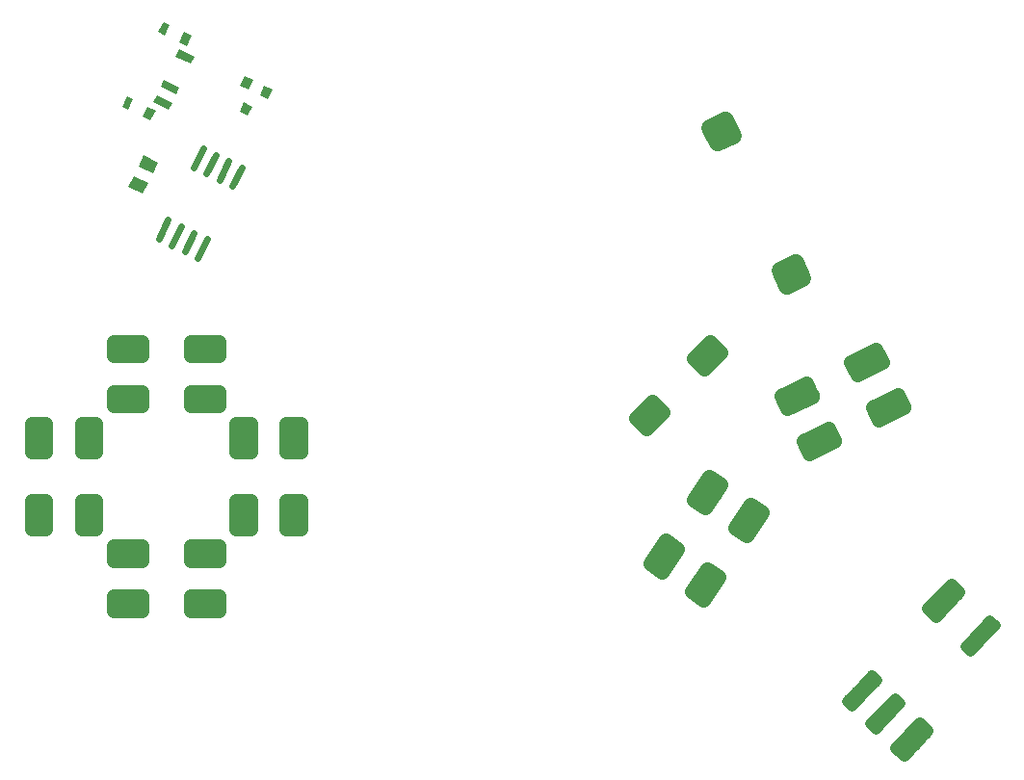
<source format=gbr>
G04 EAGLE Gerber RS-274X export*
G75*
%MOMM*%
%FSLAX34Y34*%
%LPD*%
%INSolderpaste Top*%
%IPPOS*%
%AMOC8*
5,1,8,0,0,1.08239X$1,22.5*%
G01*
G04 Define Apertures*
%ADD10C,1.250000*%
%ADD11C,0.609600*%
%ADD12C,1.500000*%
%ADD13C,1.000000*%
%ADD14C,0.750000*%
%ADD15C,1.300000*%
%ADD16R,0.800000X0.900000*%
%ADD17R,1.100000X1.400000*%
%ADD18R,0.700000X1.500000*%
%ADD19R,1.000000X0.600000*%
%ADD20R,1.000000X0.800000*%
D10*
X-344250Y241750D02*
X-344250Y266250D01*
X-331750Y266250D01*
X-331750Y241750D01*
X-344250Y241750D01*
X-344250Y253625D02*
X-331750Y253625D01*
X-331750Y265500D02*
X-344250Y265500D01*
X-344250Y198250D02*
X-344250Y173750D01*
X-344250Y198250D02*
X-331750Y198250D01*
X-331750Y173750D01*
X-344250Y173750D01*
X-344250Y185625D02*
X-331750Y185625D01*
X-331750Y197500D02*
X-344250Y197500D01*
X-388250Y198250D02*
X-388250Y173750D01*
X-388250Y198250D02*
X-375750Y198250D01*
X-375750Y173750D01*
X-388250Y173750D01*
X-388250Y185625D02*
X-375750Y185625D01*
X-375750Y197500D02*
X-388250Y197500D01*
X-388250Y241750D02*
X-388250Y266250D01*
X-375750Y266250D01*
X-375750Y241750D01*
X-388250Y241750D01*
X-388250Y253625D02*
X-375750Y253625D01*
X-375750Y265500D02*
X-388250Y265500D01*
X-248250Y294250D02*
X-223750Y294250D01*
X-223750Y281750D01*
X-248250Y281750D01*
X-248250Y294250D01*
X-248250Y293625D02*
X-223750Y293625D01*
X-291750Y294250D02*
X-316250Y294250D01*
X-291750Y294250D02*
X-291750Y281750D01*
X-316250Y281750D01*
X-316250Y294250D01*
X-316250Y293625D02*
X-291750Y293625D01*
X-291750Y338250D02*
X-316250Y338250D01*
X-291750Y338250D02*
X-291750Y325750D01*
X-316250Y325750D01*
X-316250Y338250D01*
X-316250Y337625D02*
X-291750Y337625D01*
X-248250Y338250D02*
X-223750Y338250D01*
X-223750Y325750D01*
X-248250Y325750D01*
X-248250Y338250D01*
X-248250Y337625D02*
X-223750Y337625D01*
X-195750Y198250D02*
X-195750Y173750D01*
X-208250Y173750D01*
X-208250Y198250D01*
X-195750Y198250D01*
X-195750Y185625D02*
X-208250Y185625D01*
X-208250Y197500D02*
X-195750Y197500D01*
X-195750Y241750D02*
X-195750Y266250D01*
X-195750Y241750D02*
X-208250Y241750D01*
X-208250Y266250D01*
X-195750Y266250D01*
X-195750Y253625D02*
X-208250Y253625D01*
X-208250Y265500D02*
X-195750Y265500D01*
X-151750Y266250D02*
X-151750Y241750D01*
X-164250Y241750D01*
X-164250Y266250D01*
X-151750Y266250D01*
X-151750Y253625D02*
X-164250Y253625D01*
X-164250Y265500D02*
X-151750Y265500D01*
X-151750Y198250D02*
X-151750Y173750D01*
X-164250Y173750D01*
X-164250Y198250D01*
X-151750Y198250D01*
X-151750Y185625D02*
X-164250Y185625D01*
X-164250Y197500D02*
X-151750Y197500D01*
X-291750Y145750D02*
X-316250Y145750D01*
X-316250Y158250D01*
X-291750Y158250D01*
X-291750Y145750D01*
X-291750Y157625D02*
X-316250Y157625D01*
X-248250Y145750D02*
X-223750Y145750D01*
X-248250Y145750D02*
X-248250Y158250D01*
X-223750Y158250D01*
X-223750Y145750D01*
X-223750Y157625D02*
X-248250Y157625D01*
X-248250Y101750D02*
X-223750Y101750D01*
X-248250Y101750D02*
X-248250Y114250D01*
X-223750Y114250D01*
X-223750Y101750D01*
X-223750Y113625D02*
X-248250Y113625D01*
X-291750Y101750D02*
X-316250Y101750D01*
X-316250Y114250D01*
X-291750Y114250D01*
X-291750Y101750D01*
X-291750Y113625D02*
X-316250Y113625D01*
X229853Y174537D02*
X243623Y194799D01*
X253961Y187773D01*
X240191Y167511D01*
X229853Y174537D01*
X233148Y179386D02*
X248261Y179386D01*
X248829Y191261D02*
X241219Y191261D01*
X205401Y138557D02*
X191631Y118295D01*
X205401Y138557D02*
X215739Y131531D01*
X201969Y111269D01*
X191631Y118295D01*
X194926Y123144D02*
X210039Y123144D01*
X210607Y135019D02*
X202997Y135019D01*
X169009Y163289D02*
X155239Y143027D01*
X169009Y163289D02*
X179347Y156263D01*
X165577Y136001D01*
X155239Y143027D01*
X158534Y147876D02*
X173647Y147876D01*
X174215Y159751D02*
X166605Y159751D01*
X193461Y199269D02*
X207231Y219531D01*
X217569Y212505D01*
X203799Y192243D01*
X193461Y199269D01*
X196756Y204118D02*
X211869Y204118D01*
X212437Y215993D02*
X204827Y215993D01*
X351062Y280824D02*
X373063Y291602D01*
X378562Y280378D01*
X356561Y269600D01*
X351062Y280824D01*
X352391Y281475D02*
X378025Y281475D01*
X311997Y261686D02*
X289996Y250908D01*
X311997Y261686D02*
X317496Y250462D01*
X295495Y239684D01*
X289996Y250908D01*
X291325Y251559D02*
X316959Y251559D01*
X292639Y301200D02*
X270638Y290422D01*
X292639Y301200D02*
X298138Y289976D01*
X276137Y279198D01*
X270638Y290422D01*
X271967Y291073D02*
X297601Y291073D01*
X331704Y320338D02*
X353705Y331116D01*
X359204Y319892D01*
X337203Y309114D01*
X331704Y320338D01*
X333033Y320989D02*
X358667Y320989D01*
D11*
X-203448Y491486D02*
X-211576Y474822D01*
X-222991Y480389D02*
X-214863Y497053D01*
X-226278Y502620D02*
X-234406Y485956D01*
X-245820Y491523D02*
X-237692Y508187D01*
X-268424Y445178D02*
X-276552Y428514D01*
X-265137Y422947D02*
X-257009Y439611D01*
X-245594Y434044D02*
X-253722Y417380D01*
X-242308Y411813D02*
X-234180Y428477D01*
D12*
X276173Y387166D02*
X289642Y393765D01*
X276173Y387166D02*
X269574Y400635D01*
X283043Y407234D01*
X289642Y393765D01*
X285893Y401416D02*
X271168Y401416D01*
X214582Y512890D02*
X228051Y519489D01*
X214582Y512890D02*
X207983Y526359D01*
X221452Y532958D01*
X228051Y519489D01*
X224302Y527140D02*
X209577Y527140D01*
D13*
X392572Y2583D02*
X399742Y-4389D01*
X378828Y-25895D01*
X371658Y-18923D01*
X392572Y2583D01*
X388066Y-16395D02*
X374116Y-16395D01*
X383355Y-6895D02*
X397305Y-6895D01*
X427739Y117636D02*
X420569Y124608D01*
X427739Y117636D02*
X406825Y96130D01*
X399655Y103102D01*
X420569Y124608D01*
X416063Y105630D02*
X402113Y105630D01*
X411352Y115130D02*
X425302Y115130D01*
D14*
X453881Y93958D02*
X459258Y88729D01*
X436601Y65430D01*
X431224Y70659D01*
X453881Y93958D01*
X443530Y72555D02*
X433068Y72555D01*
X439996Y79680D02*
X450458Y79680D01*
X446925Y86805D02*
X457387Y86805D01*
X453910Y93930D02*
X453854Y93930D01*
X355268Y40603D02*
X349891Y45832D01*
X355268Y40603D02*
X332611Y17304D01*
X327234Y22533D01*
X349891Y45832D01*
X339540Y24429D02*
X329078Y24429D01*
X336006Y31554D02*
X346468Y31554D01*
X342935Y38679D02*
X353397Y38679D01*
X349920Y45804D02*
X349864Y45804D01*
X370682Y25614D02*
X376059Y20385D01*
X353402Y-2914D01*
X348025Y2315D01*
X370682Y25614D01*
X360331Y4211D02*
X349869Y4211D01*
X356797Y11336D02*
X367259Y11336D01*
X363726Y18461D02*
X374188Y18461D01*
X370711Y25586D02*
X370655Y25586D01*
D15*
X142922Y271196D02*
X156864Y285533D01*
X166184Y276470D01*
X152242Y262133D01*
X142922Y271196D01*
X146118Y274483D02*
X164252Y274483D01*
X193816Y323530D02*
X207758Y337867D01*
X217078Y328804D01*
X203136Y314467D01*
X193816Y323530D01*
X197012Y326817D02*
X215146Y326817D01*
D16*
G36*
X-183780Y563161D02*
X-176591Y559654D01*
X-180536Y551565D01*
X-187725Y555072D01*
X-183780Y563161D01*
G37*
G36*
X-200857Y571490D02*
X-193668Y567983D01*
X-197613Y559894D01*
X-204802Y563401D01*
X-200857Y571490D01*
G37*
G36*
X-201524Y548451D02*
X-194335Y544944D01*
X-198280Y536855D01*
X-205469Y540362D01*
X-201524Y548451D01*
G37*
D17*
G36*
X-285682Y477886D02*
X-290504Y468001D01*
X-303086Y474138D01*
X-298264Y484023D01*
X-285682Y477886D01*
G37*
G36*
X-276914Y495862D02*
X-281736Y485977D01*
X-294318Y492114D01*
X-289496Y501999D01*
X-276914Y495862D01*
G37*
D18*
G36*
X-281286Y548515D02*
X-278217Y554806D01*
X-264736Y548231D01*
X-267805Y541940D01*
X-281286Y548515D01*
G37*
G36*
X-274710Y561997D02*
X-271641Y568288D01*
X-258160Y561713D01*
X-261229Y555422D01*
X-274710Y561997D01*
G37*
G36*
X-261559Y588961D02*
X-258490Y595252D01*
X-245009Y588677D01*
X-248078Y582386D01*
X-261559Y588961D01*
G37*
D19*
G36*
X-298977Y551023D02*
X-303361Y542036D01*
X-308753Y544667D01*
X-304369Y553654D01*
X-298977Y551023D01*
G37*
D20*
G36*
X-279203Y541380D02*
X-283587Y532393D01*
X-290777Y535900D01*
X-286393Y544887D01*
X-279203Y541380D01*
G37*
D19*
G36*
X-266975Y616635D02*
X-271359Y607648D01*
X-276751Y610279D01*
X-272367Y619266D01*
X-266975Y616635D01*
G37*
D20*
G36*
X-247202Y606992D02*
X-251586Y598005D01*
X-258776Y601512D01*
X-254392Y610499D01*
X-247202Y606992D01*
G37*
M02*

</source>
